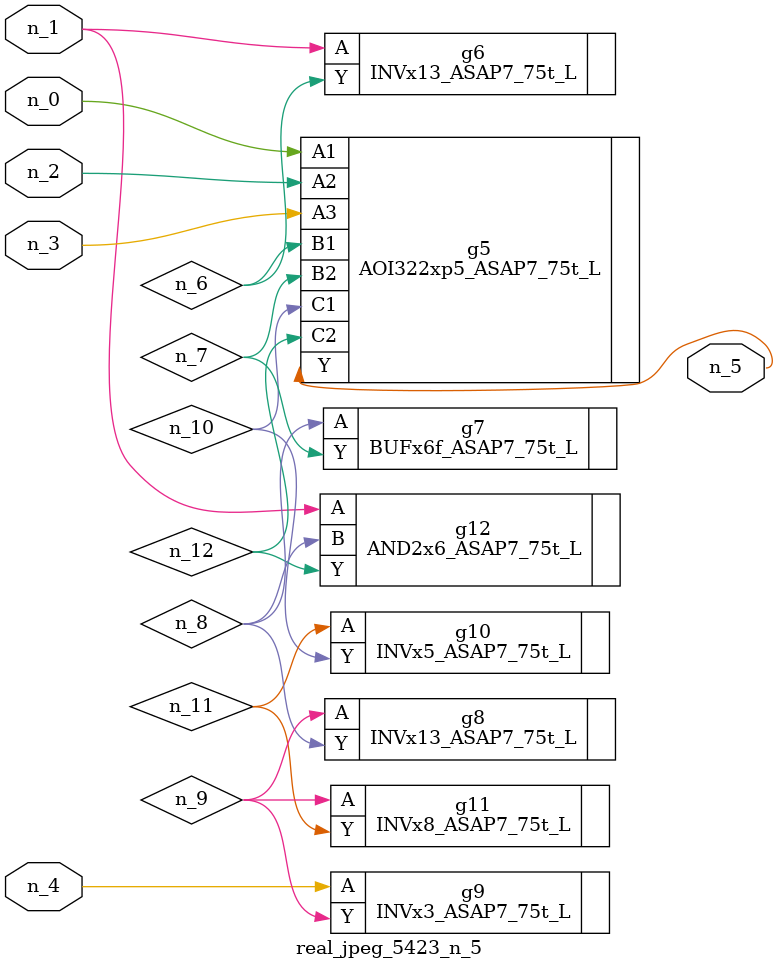
<source format=v>
module real_jpeg_5423_n_5 (n_4, n_0, n_1, n_2, n_3, n_5);

input n_4;
input n_0;
input n_1;
input n_2;
input n_3;

output n_5;

wire n_12;
wire n_8;
wire n_11;
wire n_6;
wire n_7;
wire n_10;
wire n_9;

AOI322xp5_ASAP7_75t_L g5 ( 
.A1(n_0),
.A2(n_2),
.A3(n_3),
.B1(n_6),
.B2(n_7),
.C1(n_10),
.C2(n_12),
.Y(n_5)
);

INVx13_ASAP7_75t_L g6 ( 
.A(n_1),
.Y(n_6)
);

AND2x6_ASAP7_75t_L g12 ( 
.A(n_1),
.B(n_8),
.Y(n_12)
);

INVx3_ASAP7_75t_L g9 ( 
.A(n_4),
.Y(n_9)
);

BUFx6f_ASAP7_75t_L g7 ( 
.A(n_8),
.Y(n_7)
);

INVx13_ASAP7_75t_L g8 ( 
.A(n_9),
.Y(n_8)
);

INVx8_ASAP7_75t_L g11 ( 
.A(n_9),
.Y(n_11)
);

INVx5_ASAP7_75t_L g10 ( 
.A(n_11),
.Y(n_10)
);


endmodule
</source>
